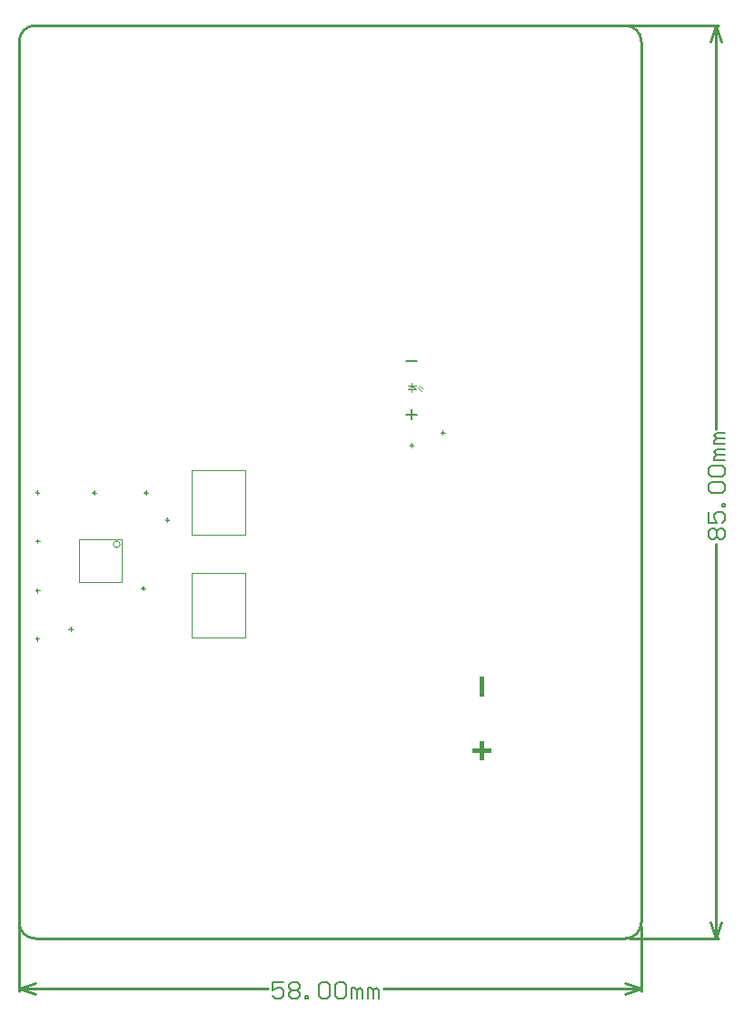
<source format=gm1>
G04*
G04 #@! TF.GenerationSoftware,Altium Limited,Altium Designer,20.0.2 (26)*
G04*
G04 Layer_Color=16711935*
%FSLAX25Y25*%
%MOIN*%
G70*
G01*
G75*
%ADD10C,0.01000*%
%ADD11C,0.00600*%
%ADD12C,0.00394*%
%ADD13C,0.00100*%
%ADD14C,0.00800*%
G36*
X572132Y213203D02*
Y206904D01*
X570558D01*
Y212416D01*
Y213990D01*
X572132D01*
Y213203D01*
D02*
G37*
G36*
Y189581D02*
Y187613D01*
X574888D01*
Y186038D01*
X572132D01*
Y183282D01*
X570558D01*
Y186038D01*
X567802D01*
X567802Y187613D01*
X570558D01*
Y188794D01*
Y190368D01*
X572132D01*
Y189581D01*
D02*
G37*
D10*
X624016Y118110D02*
G03*
X629921Y124016I0J5906D01*
G01*
Y446850D02*
G03*
X624016Y452756I-5906J0D01*
G01*
X407480Y452756D02*
G03*
X401575Y446850I0J-5906D01*
G01*
Y124016D02*
G03*
X407480Y118110I5906J0D01*
G01*
X401575Y124016D02*
Y446850D01*
X407480Y118110D02*
X624016D01*
X407480Y452756D02*
X624016D01*
X629921Y124016D02*
Y446850D01*
X655087Y124110D02*
X657087Y118110D01*
X659087Y124110D01*
X657087Y452756D02*
X659087Y446756D01*
X655087D02*
X657087Y452756D01*
Y118110D02*
Y262739D01*
Y304927D02*
Y452756D01*
X625516Y118110D02*
X658087D01*
X625516Y452756D02*
X658087D01*
X401575Y99606D02*
X407575Y101606D01*
X401575Y99606D02*
X407575Y97606D01*
X623921D02*
X629921Y99606D01*
X623921Y101606D02*
X629921Y99606D01*
X401575D02*
X493054D01*
X535242D02*
X629921D01*
X401575Y98606D02*
Y122516D01*
X629921Y98606D02*
Y122516D01*
X624016Y118110D02*
G03*
X629921Y124016I0J5906D01*
G01*
Y446850D02*
G03*
X624016Y452756I-5906J0D01*
G01*
X407480Y452756D02*
G03*
X401575Y446850I0J-5906D01*
G01*
Y124016D02*
G03*
X407480Y118110I5906J0D01*
G01*
X401575Y124016D02*
Y446850D01*
X407480Y118110D02*
X624016D01*
X407480Y452756D02*
X624016D01*
X629921Y124016D02*
Y446850D01*
X655087Y124110D02*
X657087Y118110D01*
X659087Y124110D01*
X657087Y452756D02*
X659087Y446756D01*
X655087D02*
X657087Y452756D01*
Y118110D02*
Y262739D01*
Y304927D02*
Y452756D01*
X625516Y118110D02*
X658087D01*
X625516Y452756D02*
X658087D01*
X401575Y99606D02*
X407575Y101606D01*
X401575Y99606D02*
X407575Y97606D01*
X623921D02*
X629921Y99606D01*
X623921Y101606D02*
X629921Y99606D01*
X401575D02*
X493054D01*
X535242D02*
X629921D01*
X401575Y98606D02*
Y122516D01*
X629921Y98606D02*
Y122516D01*
D11*
X655687Y264339D02*
X654688Y265339D01*
Y267338D01*
X655687Y268338D01*
X656687D01*
X657687Y267338D01*
X658686Y268338D01*
X659686D01*
X660686Y267338D01*
Y265339D01*
X659686Y264339D01*
X658686D01*
X657687Y265339D01*
X656687Y264339D01*
X655687D01*
X657687Y265339D02*
Y267338D01*
X654688Y274336D02*
Y270337D01*
X657687D01*
X656687Y272337D01*
Y273337D01*
X657687Y274336D01*
X659686D01*
X660686Y273337D01*
Y271337D01*
X659686Y270337D01*
X660686Y276336D02*
X659686D01*
Y277335D01*
X660686D01*
Y276336D01*
X655687Y281334D02*
X654688Y282334D01*
Y284333D01*
X655687Y285333D01*
X659686D01*
X660686Y284333D01*
Y282334D01*
X659686Y281334D01*
X655687D01*
Y287332D02*
X654688Y288332D01*
Y290331D01*
X655687Y291331D01*
X659686D01*
X660686Y290331D01*
Y288332D01*
X659686Y287332D01*
X655687D01*
X660686Y293330D02*
X656687D01*
Y294330D01*
X657687Y295329D01*
X660686D01*
X657687D01*
X656687Y296329D01*
X657687Y297329D01*
X660686D01*
Y299328D02*
X656687D01*
Y300328D01*
X657687Y301327D01*
X660686D01*
X657687D01*
X656687Y302327D01*
X657687Y303327D01*
X660686D01*
X498653Y102005D02*
X494654D01*
Y99006D01*
X496654Y100006D01*
X497653D01*
X498653Y99006D01*
Y97007D01*
X497653Y96007D01*
X495654D01*
X494654Y97007D01*
X500652Y101006D02*
X501652Y102005D01*
X503651D01*
X504651Y101006D01*
Y100006D01*
X503651Y99006D01*
X504651Y98007D01*
Y97007D01*
X503651Y96007D01*
X501652D01*
X500652Y97007D01*
Y98007D01*
X501652Y99006D01*
X500652Y100006D01*
Y101006D01*
X501652Y99006D02*
X503651D01*
X506650Y96007D02*
Y97007D01*
X507650D01*
Y96007D01*
X506650D01*
X511649Y101006D02*
X512648Y102005D01*
X514648D01*
X515648Y101006D01*
Y97007D01*
X514648Y96007D01*
X512648D01*
X511649Y97007D01*
Y101006D01*
X517647D02*
X518647Y102005D01*
X520646D01*
X521646Y101006D01*
Y97007D01*
X520646Y96007D01*
X518647D01*
X517647Y97007D01*
Y101006D01*
X523645Y96007D02*
Y100006D01*
X524645D01*
X525644Y99006D01*
Y96007D01*
Y99006D01*
X526644Y100006D01*
X527644Y99006D01*
Y96007D01*
X529643D02*
Y100006D01*
X530643D01*
X531642Y99006D01*
Y96007D01*
Y99006D01*
X532642Y100006D01*
X533642Y99006D01*
Y96007D01*
X655687Y264339D02*
X654688Y265339D01*
Y267338D01*
X655687Y268338D01*
X656687D01*
X657687Y267338D01*
X658686Y268338D01*
X659686D01*
X660686Y267338D01*
Y265339D01*
X659686Y264339D01*
X658686D01*
X657687Y265339D01*
X656687Y264339D01*
X655687D01*
X657687Y265339D02*
Y267338D01*
X654688Y274336D02*
Y270337D01*
X657687D01*
X656687Y272337D01*
Y273337D01*
X657687Y274336D01*
X659686D01*
X660686Y273337D01*
Y271337D01*
X659686Y270337D01*
X660686Y276336D02*
X659686D01*
Y277335D01*
X660686D01*
Y276336D01*
X655687Y281334D02*
X654688Y282334D01*
Y284333D01*
X655687Y285333D01*
X659686D01*
X660686Y284333D01*
Y282334D01*
X659686Y281334D01*
X655687D01*
Y287332D02*
X654688Y288332D01*
Y290331D01*
X655687Y291331D01*
X659686D01*
X660686Y290331D01*
Y288332D01*
X659686Y287332D01*
X655687D01*
X660686Y293330D02*
X656687D01*
Y294330D01*
X657687Y295329D01*
X660686D01*
X657687D01*
X656687Y296329D01*
X657687Y297329D01*
X660686D01*
Y299328D02*
X656687D01*
Y300328D01*
X657687Y301327D01*
X660686D01*
X657687D01*
X656687Y302327D01*
X657687Y303327D01*
X660686D01*
X498653Y102005D02*
X494654D01*
Y99006D01*
X496654Y100006D01*
X497653D01*
X498653Y99006D01*
Y97007D01*
X497653Y96007D01*
X495654D01*
X494654Y97007D01*
X500652Y101006D02*
X501652Y102005D01*
X503651D01*
X504651Y101006D01*
Y100006D01*
X503651Y99006D01*
X504651Y98007D01*
Y97007D01*
X503651Y96007D01*
X501652D01*
X500652Y97007D01*
Y98007D01*
X501652Y99006D01*
X500652Y100006D01*
Y101006D01*
X501652Y99006D02*
X503651D01*
X506650Y96007D02*
Y97007D01*
X507650D01*
Y96007D01*
X506650D01*
X511649Y101006D02*
X512648Y102005D01*
X514648D01*
X515648Y101006D01*
Y97007D01*
X514648Y96007D01*
X512648D01*
X511649Y97007D01*
Y101006D01*
X517647D02*
X518647Y102005D01*
X520646D01*
X521646Y101006D01*
Y97007D01*
X520646Y96007D01*
X518647D01*
X517647Y97007D01*
Y101006D01*
X523645Y96007D02*
Y100006D01*
X524645D01*
X525644Y99006D01*
Y96007D01*
Y99006D01*
X526644Y100006D01*
X527644Y99006D01*
Y96007D01*
X529643D02*
Y100006D01*
X530643D01*
X531642Y99006D01*
Y96007D01*
Y99006D01*
X532642Y100006D01*
X533642Y99006D01*
Y96007D01*
D12*
X438583Y262598D02*
G03*
X438583Y262598I-1181J0D01*
G01*
X423622Y264567D02*
X439370D01*
X423622Y248819D02*
X439370D01*
Y264567D01*
X423622Y248819D02*
Y264567D01*
X484646Y266142D02*
Y289764D01*
X464961Y266142D02*
Y289764D01*
X484646D01*
X464961Y266142D02*
X484646D01*
Y228346D02*
Y251969D01*
X464961Y228346D02*
Y251969D01*
X484646D01*
X464961Y228346D02*
X484646D01*
X548425Y320866D02*
X549606Y319685D01*
X548032Y320079D02*
X549213Y318898D01*
X545669Y318504D02*
Y321654D01*
X544095Y320866D02*
X547244D01*
X544095Y319291D02*
X545669Y320866D01*
X547244Y319291D01*
X544095D02*
X547244D01*
D13*
X408823Y263781D02*
G03*
X408823Y263781I-500J0D01*
G01*
X408713Y281495D02*
G03*
X408713Y281495I-500J0D01*
G01*
X420971Y231551D02*
G03*
X420971Y231551I-500J0D01*
G01*
X546114Y298818D02*
G03*
X546114Y298818I-500J0D01*
G01*
X557531Y303542D02*
G03*
X557531Y303542I-500J0D01*
G01*
X408713Y227952D02*
G03*
X408713Y227952I-500J0D01*
G01*
X447689Y246456D02*
G03*
X447689Y246456I-500J0D01*
G01*
X456407Y271598D02*
G03*
X456407Y271598I-500J0D01*
G01*
X408823Y245671D02*
G03*
X408823Y245671I-500J0D01*
G01*
X429579Y281495D02*
G03*
X429579Y281495I-500J0D01*
G01*
X448587Y281497D02*
G03*
X448587Y281497I-500J0D01*
G01*
X408323Y262993D02*
Y264568D01*
X407535Y263781D02*
X409110D01*
X408213Y280707D02*
Y282282D01*
X407425Y281495D02*
X409000D01*
X419684Y231551D02*
X421259D01*
X420471Y230764D02*
Y232339D01*
X545614Y298030D02*
Y299605D01*
X544827Y298818D02*
X546402D01*
X557031Y302755D02*
Y304329D01*
X556244Y303542D02*
X557819D01*
X408213Y227164D02*
Y228739D01*
X407425Y227952D02*
X409000D01*
X447189Y245668D02*
Y247243D01*
X446402Y246456D02*
X447976D01*
X455119Y271598D02*
X456694D01*
X455907Y270811D02*
Y272386D01*
X408323Y244883D02*
Y246458D01*
X407535Y245671D02*
X409110D01*
X429079Y280707D02*
Y282282D01*
X428291Y281495D02*
X429866D01*
X448087Y280710D02*
Y282285D01*
X447299Y281497D02*
X448874D01*
D14*
X543701Y329921D02*
X547638D01*
X543701Y310236D02*
X547638D01*
X545669Y308268D02*
Y312205D01*
M02*

</source>
